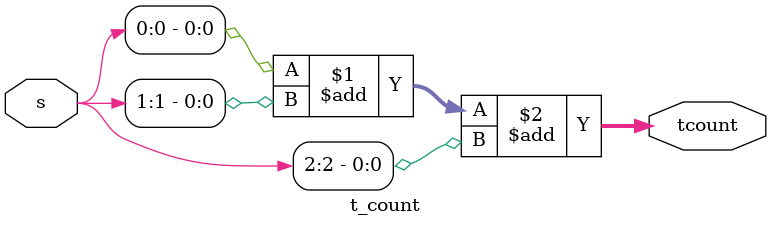
<source format=v>
module t_count(s,tcount); 
  input [2:0] s; 
  output [1:0]tcount; 
  assign tcount=s[0]+s[1]+s[2]; 
endmodule 

</source>
